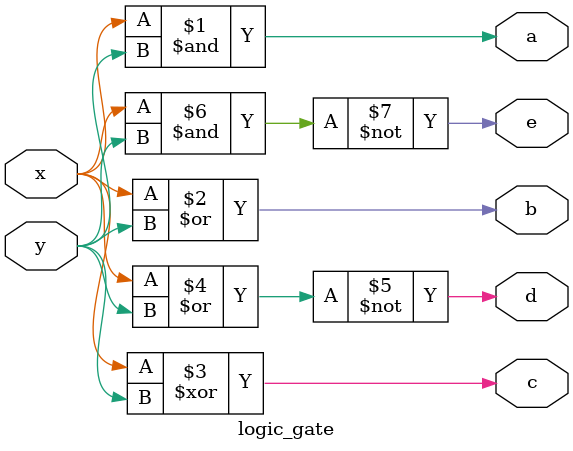
<source format=v>
module logic_gate(x,y,a,b,c,d,e);

input x,y;
output a,b,c,d,e;

assign a = x & y; // x and y
assign b = x | y; // x or y
assign c = x ^ y; // x xor y
assign d = ~(x | y); // x nor y
assign e = ~(x & y); // x nand y

endmodule
</source>
